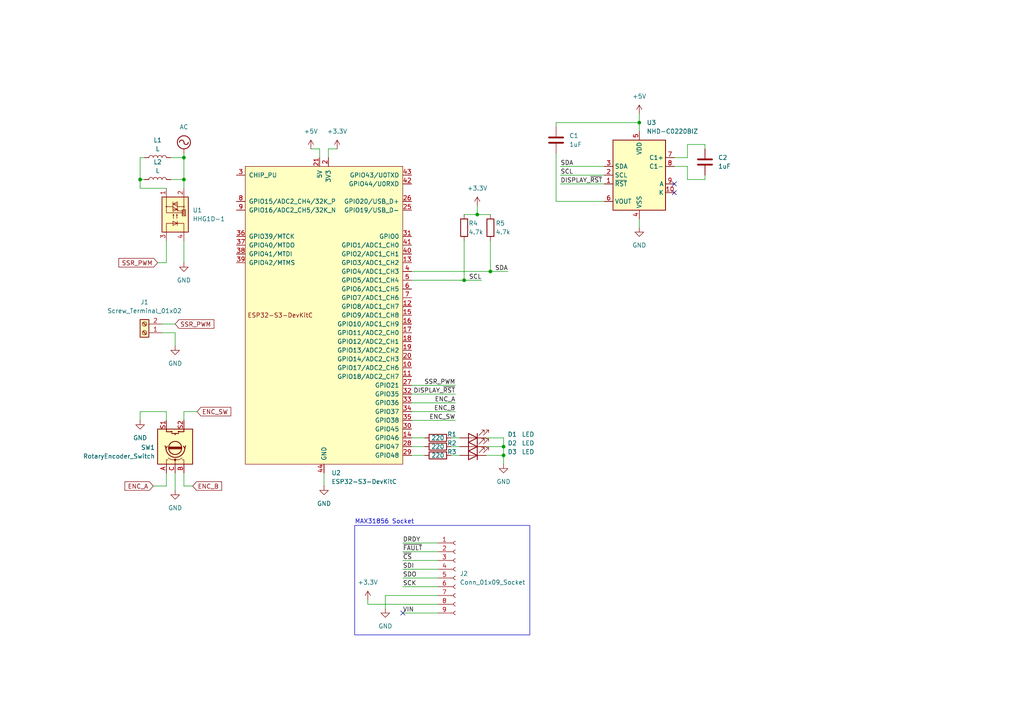
<source format=kicad_sch>
(kicad_sch (version 20250114) (generator "eeschema") (generator_version "9.0")
  (paper "A4")
  (lib_symbols
    (symbol "Connector:Conn_01x09_Socket" (pin_names (offset 1.016) (hide yes))
      (property "Reference" "J" (at 0 12.7 0))
      (property "Value" "Conn_01x09_Socket" (at 0 -12.7 0))
      (symbol "Conn_01x09_Socket_1_1"
        (polyline (pts (xy -1.27 10.16) (xy -0.508 10.16)) (stroke (width 0.1524)))
        (polyline (pts (xy -1.27 7.62) (xy -0.508 7.62)) (stroke (width 0.1524)))
        (polyline (pts (xy -1.27 5.08) (xy -0.508 5.08)) (stroke (width 0.1524)))
        (polyline (pts (xy -1.27 2.54) (xy -0.508 2.54)) (stroke (width 0.1524)))
        (polyline (pts (xy -1.27 0) (xy -0.508 0)) (stroke (width 0.1524)))
        (polyline (pts (xy -1.27 -2.54) (xy -0.508 -2.54)) (stroke (width 0.1524)))
        (polyline (pts (xy -1.27 -5.08) (xy -0.508 -5.08)) (stroke (width 0.1524)))
        (polyline (pts (xy -1.27 -7.62) (xy -0.508 -7.62)) (stroke (width 0.1524)))
        (polyline (pts (xy -1.27 -10.16) (xy -0.508 -10.16)) (stroke (width 0.1524)))
        (arc (start 0 9.652) (mid -0.5058 10.16) (end 0 10.668) (stroke (width 0.1524)))
        (arc (start 0 7.112) (mid -0.5058 7.62) (end 0 8.128) (stroke (width 0.1524)))
        (arc (start 0 4.572) (mid -0.5058 5.08) (end 0 5.588) (stroke (width 0.1524)))
        (arc (start 0 2.032) (mid -0.5058 2.54) (end 0 3.048) (stroke (width 0.1524)))
        (arc (start 0 -0.508) (mid -0.5058 0) (end 0 0.508) (stroke (width 0.1524)))
        (arc (start 0 -3.048) (mid -0.5058 -2.54) (end 0 -2.032) (stroke (width 0.1524)))
        (arc (start 0 -5.588) (mid -0.5058 -5.08) (end 0 -4.572) (stroke (width 0.1524)))
        (arc (start 0 -8.128) (mid -0.5058 -7.62) (end 0 -7.112) (stroke (width 0.1524)))
        (arc (start 0 -10.668) (mid -0.5058 -10.16) (end 0 -9.652) (stroke (width 0.1524)))
        (pin passive line (at -5.08 10.16 0) (length 3.81) (name "Pin_1") (number "1"))
        (pin passive line (at -5.08 7.62 0) (length 3.81) (name "Pin_2") (number "2"))
        (pin passive line (at -5.08 5.08 0) (length 3.81) (name "Pin_3") (number "3"))
        (pin passive line (at -5.08 2.54 0) (length 3.81) (name "Pin_4") (number "4"))
        (pin passive line (at -5.08 0 0) (length 3.81) (name "Pin_5") (number "5"))
        (pin passive line (at -5.08 -2.54 0) (length 3.81) (name "Pin_6") (number "6"))
        (pin passive line (at -5.08 -5.08 0) (length 3.81) (name "Pin_7") (number "7"))
        (pin passive line (at -5.08 -7.62 0) (length 3.81) (name "Pin_8") (number "8"))
        (pin passive line (at -5.08 -10.16 0) (length 3.81) (name "Pin_9") (number "9"))
      )
    )
    (symbol "Connector:Screw_Terminal_01x02" (pin_names (offset 1.016) (hide yes))
      (property "Reference" "J" (at 0 2.54 0))
      (property "Value" "Screw_Terminal_01x02" (at 0 -5.08 0))
      (symbol "Screw_Terminal_01x02_1_1"
        (rectangle (start -1.27 1.27) (end 1.27 -3.81) (stroke (width 0.254)) (fill (type background)))
        (polyline (pts (xy -0.5334 0.3302) (xy 0.3302 -0.508)) (stroke (width 0.1524)))
        (polyline (pts (xy -0.5334 -2.2098) (xy 0.3302 -3.048)) (stroke (width 0.1524)))
        (polyline (pts (xy -0.3556 0.508) (xy 0.508 -0.3302)) (stroke (width 0.1524)))
        (polyline (pts (xy -0.3556 -2.032) (xy 0.508 -2.8702)) (stroke (width 0.1524)))
        (circle (center 0 0) (radius 0.635) (stroke (width 0.1524)))
        (circle (center 0 -2.54) (radius 0.635) (stroke (width 0.1524)))
        (pin passive line (at -5.08 0 0) (length 3.81) (name "Pin_1") (number "1"))
        (pin passive line (at -5.08 -2.54 0) (length 3.81) (name "Pin_2") (number "2"))
      )
    )
    (symbol "Device:C" (pin_numbers (hide yes)) (pin_names (offset 0.254))
      (property "Reference" "C" (at 0.635 2.54 0))
      (property "Value" "C" (at 0.635 -2.54 0))
      (symbol "C_0_1"
        (polyline (pts (xy -2.032 0.762) (xy 2.032 0.762)) (stroke (width 0.508)))
        (polyline (pts (xy -2.032 -0.762) (xy 2.032 -0.762)) (stroke (width 0.508)))
      )
      (symbol "C_1_1"
        (pin passive line (at 0 3.81 270) (length 2.794) (name "~") (number "1"))
        (pin passive line (at 0 -3.81 90) (length 2.794) (name "~") (number "2"))
      )
    )
    (symbol "Device:L" (pin_numbers (hide yes)) (pin_names (offset 1.016) (hide yes))
      (property "Reference" "L" (at -1.27 0 90))
      (property "Value" "L" (at 1.905 0 90))
      (symbol "L_0_1"
        (arc (start 0 2.54) (mid 0.6323 1.905) (end 0 1.27))
        (arc (start 0 1.27) (mid 0.6323 0.635) (end 0 0))
        (arc (start 0 0) (mid 0.6323 -0.635) (end 0 -1.27))
        (arc (start 0 -1.27) (mid 0.6323 -1.905) (end 0 -2.54))
      )
      (symbol "L_1_1"
        (pin passive line (at 0 3.81 270) (length 1.27) (name "1") (number "1"))
        (pin passive line (at 0 -3.81 90) (length 1.27) (name "2") (number "2"))
      )
    )
    (symbol "Device:LED" (pin_numbers (hide yes)) (pin_names (offset 1.016) (hide yes))
      (property "Reference" "D" (at 0 2.54 0))
      (property "Value" "LED" (at 0 -2.54 0))
      (symbol "LED_0_1"
        (polyline (pts (xy -3.048 -0.762) (xy -4.572 -2.286) (xy -3.81 -2.286) (xy -4.572 -2.286) (xy -4.572 -1.524)))
        (polyline (pts (xy -1.778 -0.762) (xy -3.302 -2.286) (xy -2.54 -2.286) (xy -3.302 -2.286) (xy -3.302 -1.524)))
        (polyline (pts (xy -1.27 0) (xy 1.27 0)))
        (polyline (pts (xy -1.27 -1.27) (xy -1.27 1.27)) (stroke (width 0.254)))
        (polyline (pts (xy 1.27 -1.27) (xy 1.27 1.27) (xy -1.27 0) (xy 1.27 -1.27)) (stroke (width 0.254)))
      )
      (symbol "LED_1_1"
        (pin passive line (at -3.81 0 0) (length 2.54) (name "K") (number "1"))
        (pin passive line (at 3.81 0 180) (length 2.54) (name "A") (number "2"))
      )
    )
    (symbol "Device:R" (pin_numbers (hide yes)) (pin_names (offset 0))
      (property "Reference" "R" (at 2.032 0 90))
      (property "Value" "R" (at 0 0 90))
      (symbol "R_0_1"
        (rectangle (start -1.016 -2.54) (end 1.016 2.54) (stroke (width 0.254)))
      )
      (symbol "R_1_1"
        (pin passive line (at 0 3.81 270) (length 1.27) (name "~") (number "1"))
        (pin passive line (at 0 -3.81 90) (length 1.27) (name "~") (number "2"))
      )
    )
    (symbol "Device:RotaryEncoder_Switch" (pin_names (offset 0.254) (hide yes))
      (property "Reference" "SW" (at 0 6.604 0))
      (property "Value" "RotaryEncoder_Switch" (at 0 -6.604 0))
      (symbol "RotaryEncoder_Switch_0_1"
        (rectangle (start -5.08 5.08) (end 5.08 -5.08) (stroke (width 0.254)) (fill (type background)))
        (polyline (pts (xy -5.08 2.54) (xy -3.81 2.54) (xy -3.81 2.032)))
        (polyline (pts (xy -5.08 0) (xy -3.81 0) (xy -3.81 -1.016) (xy -3.302 -2.032)))
        (polyline (pts (xy -5.08 -2.54) (xy -3.81 -2.54) (xy -3.81 -2.032)))
        (polyline (pts (xy -4.318 0) (xy -3.81 0) (xy -3.81 1.016) (xy -3.302 2.032)))
        (circle (center -3.81 0) (radius 0.254) (fill (type outline)))
        (polyline (pts (xy -0.635 -1.778) (xy -0.635 1.778)) (stroke (width 0.254)))
        (circle (center -0.381 0) (radius 1.905) (stroke (width 0.254)))
        (polyline (pts (xy -0.381 -1.778) (xy -0.381 1.778)) (stroke (width 0.254)))
        (arc (start -0.381 -2.794) (mid -3.0988 -0.0635) (end -0.381 2.667) (stroke (width 0.254)))
        (polyline (pts (xy -0.127 1.778) (xy -0.127 -1.778)) (stroke (width 0.254)))
        (polyline (pts (xy 0.254 2.921) (xy -0.508 2.667) (xy 0.127 2.286)) (stroke (width 0.254)))
        (polyline (pts (xy 0.254 -3.048) (xy -0.508 -2.794) (xy 0.127 -2.413)) (stroke (width 0.254)))
        (polyline (pts (xy 3.81 1.016) (xy 3.81 -1.016)) (stroke (width 0.254)))
        (polyline (pts (xy 3.81 0) (xy 3.429 0)) (stroke (width 0.254)))
        (circle (center 4.318 1.016) (radius 0.127) (stroke (width 0.254)))
        (circle (center 4.318 -1.016) (radius 0.127) (stroke (width 0.254)))
        (polyline (pts (xy 5.08 2.54) (xy 4.318 2.54) (xy 4.318 1.016)) (stroke (width 0.254)))
        (polyline (pts (xy 5.08 -2.54) (xy 4.318 -2.54) (xy 4.318 -1.016)) (stroke (width 0.254)))
      )
      (symbol "RotaryEncoder_Switch_1_1"
        (pin passive line (at -7.62 2.54 0) (length 2.54) (name "A") (number "A"))
        (pin passive line (at -7.62 0 0) (length 2.54) (name "C") (number "C"))
        (pin passive line (at -7.62 -2.54 0) (length 2.54) (name "B") (number "B"))
        (pin passive line (at 7.62 2.54 180) (length 2.54) (name "S1") (number "S1"))
        (pin passive line (at 7.62 -2.54 180) (length 2.54) (name "S2") (number "S2"))
      )
    )
    (symbol "Display_Character:NHD-C0220BIZ"
      (property "Reference" "U" (at -6.35 11.43 0))
      (property "Value" "NHD-C0220BIZ" (at 8.89 11.43 0))
      (symbol "NHD-C0220BIZ_0_1"
        (rectangle (start -7.62 10.16) (end 7.62 -10.16) (stroke (width 0.254)) (fill (type background)))
      )
      (symbol "NHD-C0220BIZ_1_1"
        (pin bidirectional line (at -10.16 2.54 0) (length 2.54) (name "SDA") (number "3"))
        (pin input line (at -10.16 0 0) (length 2.54) (name "SCL") (number "2"))
        (pin input line (at -10.16 -2.54 0) (length 2.54) (name "~{RST}") (number "1"))
        (pin passive line (at -10.16 -7.62 0) (length 2.54) (name "VOUT") (number "6"))
        (pin power_in line (at 0 12.7 270) (length 2.54) (name "VDD") (number "5"))
        (pin power_in line (at 0 -12.7 90) (length 2.54) (name "VSS") (number "4"))
        (pin passive line (at 10.16 5.08 180) (length 2.54) (name "C1+") (number "7"))
        (pin passive line (at 10.16 2.54 180) (length 2.54) (name "C1-") (number "8"))
        (pin passive line (at 10.16 -2.54 180) (length 2.54) (name "A") (number "9"))
        (pin passive line (at 10.16 -5.08 180) (length 2.54) (name "K") (number "10"))
      )
    )
    (symbol "PCM_Espressif:ESP32-S3-DevKitC" (pin_names (offset 1.016))
      (property "Reference" "U" (at -22.86 48.26 0))
      (property "Value" "ESP32-S3-DevKitC" (at -22.86 45.72 0))
      (symbol "ESP32-S3-DevKitC_0_0"
        (text "ESP32-S3-DevKitC" (at -12.7 0 0) (effects (font (size 1.27 1.27))))
        (pin bidirectional line (at -25.4 15.24 0) (length 2.54) (name "GPIO42/MTMS") (number "39"))
        (pin power_in line (at 0 -45.72 90) (length 2.54) (name "GND") (number "44"))
        (pin bidirectional line (at 25.4 40.64 180) (length 2.54) (name "GPIO43/U0TXD") (number "43"))
        (pin bidirectional line (at 25.4 38.1 180) (length 2.54) (name "GPIO44/U0RXD") (number "42"))
        (pin bidirectional line (at 25.4 20.32 180) (length 2.54) (name "GPIO1/ADC1_CH0") (number "41"))
        (pin bidirectional line (at 25.4 17.78 180) (length 2.54) (name "GPIO2/ADC1_CH1") (number "40"))
        (pin bidirectional line (at 25.4 -10.16 180) (length 2.54) (name "GPIO13/ADC2_CH2") (number "19"))
        (pin bidirectional line (at 25.4 -35.56 180) (length 2.54) (name "GPIO46") (number "14"))
      )
      (symbol "ESP32-S3-DevKitC_0_1"
        (rectangle (start -22.86 43.18) (end 22.86 -43.18) (fill (type background)))
        (pin power_in line (at 1.27 45.72 270) (length 2.54) (name "3V3") (number "2"))
      )
      (symbol "ESP32-S3-DevKitC_1_1"
        (pin input line (at -25.4 40.64 0) (length 2.54) (name "CHIP_PU") (number "3"))
        (pin bidirectional line (at -25.4 33.02 0) (length 2.54) (name "GPIO15/ADC2_CH4/32K_P") (number "8"))
        (pin bidirectional line (at -25.4 30.48 0) (length 2.54) (name "GPIO16/ADC2_CH5/32K_N") (number "9"))
        (pin bidirectional line (at -25.4 22.86 0) (length 2.54) (name "GPIO39/MTCK") (number "36"))
        (pin bidirectional line (at -25.4 20.32 0) (length 2.54) (name "GPIO40/MTDO") (number "37"))
        (pin bidirectional line (at -25.4 17.78 0) (length 2.54) (name "GPIO41/MTDI") (number "38"))
        (pin power_in line (at -1.27 45.72 270) (length 2.54) (name "5V") (number "21"))
        (pin passive line (at 0 -45.72 90) (length 2.54) (hide yes) (name "GND") (number "22"))
        (pin passive line (at 0 -45.72 90) (length 2.54) (hide yes) (name "GND") (number "23"))
        (pin passive line (at 0 -45.72 90) (length 2.54) (hide yes) (name "GND") (number "24"))
        (pin passive line (at 1.27 45.72 270) (length 2.54) (hide yes) (name "3V3") (number "1"))
        (pin bidirectional line (at 25.4 33.02 180) (length 2.54) (name "GPIO20/USB_D+") (number "26"))
        (pin bidirectional line (at 25.4 30.48 180) (length 2.54) (name "GPIO19/USB_D-") (number "25"))
        (pin bidirectional line (at 25.4 22.86 180) (length 2.54) (name "GPIO0") (number "31"))
        (pin bidirectional line (at 25.4 15.24 180) (length 2.54) (name "GPIO3/ADC1_CH2") (number "13"))
        (pin bidirectional line (at 25.4 12.7 180) (length 2.54) (name "GPIO4/ADC1_CH3") (number "4"))
        (pin bidirectional line (at 25.4 10.16 180) (length 2.54) (name "GPIO5/ADC1_CH4") (number "5"))
        (pin bidirectional line (at 25.4 7.62 180) (length 2.54) (name "GPIO6/ADC1_CH5") (number "6"))
        (pin bidirectional line (at 25.4 5.08 180) (length 2.54) (name "GPIO7/ADC1_CH6") (number "7"))
        (pin bidirectional line (at 25.4 2.54 180) (length 2.54) (name "GPIO8/ADC1_CH7") (number "12"))
        (pin bidirectional line (at 25.4 0 180) (length 2.54) (name "GPIO9/ADC1_CH8") (number "15"))
        (pin bidirectional line (at 25.4 -2.54 180) (length 2.54) (name "GPIO10/ADC1_CH9") (number "16"))
        (pin bidirectional line (at 25.4 -5.08 180) (length 2.54) (name "GPIO11/ADC2_CH0") (number "17"))
        (pin bidirectional line (at 25.4 -7.62 180) (length 2.54) (name "GPIO12/ADC2_CH1") (number "18"))
        (pin bidirectional line (at 25.4 -12.7 180) (length 2.54) (name "GPIO14/ADC2_CH3") (number "20"))
        (pin bidirectional line (at 25.4 -15.24 180) (length 2.54) (name "GPIO17/ADC2_CH6") (number "10"))
        (pin bidirectional line (at 25.4 -17.78 180) (length 2.54) (name "GPIO18/ADC2_CH7") (number "11"))
        (pin bidirectional line (at 25.4 -20.32 180) (length 2.54) (name "GPIO21") (number "27"))
        (pin bidirectional line (at 25.4 -22.86 180) (length 2.54) (name "GPIO35") (number "32"))
        (pin bidirectional line (at 25.4 -25.4 180) (length 2.54) (name "GPIO36") (number "33"))
        (pin bidirectional line (at 25.4 -27.94 180) (length 2.54) (name "GPIO37") (number "34"))
        (pin bidirectional line (at 25.4 -30.48 180) (length 2.54) (name "GPIO38") (number "35"))
        (pin bidirectional line (at 25.4 -33.02 180) (length 2.54) (name "GPIO45") (number "30"))
        (pin bidirectional line (at 25.4 -38.1 180) (length 2.54) (name "GPIO47") (number "28"))
        (pin bidirectional line (at 25.4 -40.64 180) (length 2.54) (name "GPIO48") (number "29"))
      )
    )
    (symbol "Relay_SolidState:HHG1D-1"
      (property "Reference" "U" (at -5.08 5.08 0))
      (property "Value" "HHG1D-1" (at 0 5.08 0))
      (symbol "HHG1D-1_0_0"
        (rectangle (start -0.381 -2.032) (end 1.397 -3.048))
        (polyline (pts (xy 1.524 -0.635) (xy 1.016 -1.016) (xy 1.016 -2.032)))
        (polyline (pts (xy 2.286 -2.54) (xy 1.397 -2.54)))
        (text "ZCD" (at 0.508 -2.54 0) (effects (font (size 0.508 0.508))))
      )
      (symbol "HHG1D-1_0_1"
        (rectangle (start -5.08 3.81) (end 5.08 -3.81) (stroke (width 0.254)) (fill (type background)))
        (polyline (pts (xy -5.08 2.54) (xy -2.54 2.54) (xy -2.54 -2.54) (xy -5.08 -2.54)))
        (polyline (pts (xy -3.175 -0.635) (xy -1.905 -0.635)))
        (polyline (pts (xy -2.54 -0.635) (xy -3.175 0.635) (xy -1.905 0.635) (xy -2.54 -0.635)))
        (polyline (pts (xy -1.143 0.508) (xy 0.127 0.508) (xy -0.254 0.381) (xy -0.254 0.635) (xy 0.127 0.508)))
        (polyline (pts (xy -1.143 -0.508) (xy 0.127 -0.508) (xy -0.254 -0.635) (xy -0.254 -0.381) (xy 0.127 -0.508)))
        (polyline (pts (xy 0.889 -0.635) (xy 3.683 -0.635) (xy 3.048 0.635) (xy 2.413 -0.635)))
        (polyline (pts (xy 1.524 -0.635) (xy 1.524 0.635)))
        (polyline (pts (xy 2.286 2.54) (xy 0.508 2.54) (xy 0.508 -2.032)))
        (circle (center 2.286 2.54) (radius 0.127))
        (polyline (pts (xy 2.286 0.635) (xy 2.286 2.54) (xy 5.08 2.54)))
        (polyline (pts (xy 2.286 -0.635) (xy 2.286 -2.54) (xy 5.08 -2.54)))
        (circle (center 2.286 -2.54) (radius 0.127))
        (polyline (pts (xy 3.048 0.635) (xy 3.048 -0.635)))
        (polyline (pts (xy 3.683 0.635) (xy 0.889 0.635) (xy 1.524 -0.635) (xy 2.159 0.635)))
      )
      (symbol "HHG1D-1_1_1"
        (pin passive line (at -7.62 2.54 0) (length 2.54) (name "~") (number "3"))
        (pin passive line (at -7.62 -2.54 0) (length 2.54) (name "~") (number "4"))
        (pin passive line (at 7.62 2.54 180) (length 2.54) (name "~") (number "1"))
        (pin passive line (at 7.62 -2.54 180) (length 2.54) (name "~") (number "2"))
      )
    )
    (symbol "power:+3.3V" (power) (pin_numbers (hide yes)) (pin_names (offset 0) (hide yes))
      (property "Value" "+3.3V" (at 0 3.556 0))
      (symbol "+3.3V_0_1"
        (polyline (pts (xy -0.762 1.27) (xy 0 2.54)))
        (polyline (pts (xy 0 2.54) (xy 0.762 1.27)))
        (polyline (pts (xy 0 0) (xy 0 2.54)))
      )
      (symbol "+3.3V_1_1"
        (pin power_in line (at 0 0 90) (length 0) (name "~") (number "1"))
      )
    )
    (symbol "power:+5V" (power) (pin_numbers (hide yes)) (pin_names (offset 0) (hide yes))
      (property "Value" "+5V" (at 0 3.556 0))
      (symbol "+5V_0_1"
        (polyline (pts (xy -0.762 1.27) (xy 0 2.54)))
        (polyline (pts (xy 0 2.54) (xy 0.762 1.27)))
        (polyline (pts (xy 0 0) (xy 0 2.54)))
      )
      (symbol "+5V_1_1"
        (pin power_in line (at 0 0 90) (length 0) (name "~") (number "1"))
      )
    )
    (symbol "power:AC" (power) (pin_numbers (hide yes)) (pin_names (offset 0) (hide yes))
      (property "Value" "AC" (at 0 6.35 0))
      (symbol "AC_0_1"
        (arc (start -1.27 3.175) (mid -0.635 3.8073) (end 0 3.175) (stroke (width 0.254)))
        (circle (center 0 3.175) (radius 1.905) (stroke (width 0.254)))
        (polyline (pts (xy 0 0) (xy 0 1.27)))
        (arc (start 1.27 3.175) (mid 0.635 2.5427) (end 0 3.175) (stroke (width 0.254)))
      )
      (symbol "AC_1_1"
        (pin power_in line (at 0 0 90) (length 0) (name "~") (number "1"))
      )
    )
    (symbol "power:GND" (power) (pin_numbers (hide yes)) (pin_names (offset 0) (hide yes))
      (property "Value" "GND" (at 0 -3.81 0))
      (symbol "GND_0_1"
        (polyline (pts (xy 0 0) (xy 0 -1.27) (xy 1.27 -1.27) (xy 0 -2.54) (xy -1.27 -1.27) (xy 0 -1.27)))
      )
      (symbol "GND_1_1"
        (pin power_in line (at 0 0 270) (length 0) (name "~") (number "1"))
      )
    )
  )
  (rectangle (start 102.87 152.4) (end 153.67 184.15))
  (text "MAX31856 Socket" (at 111.506 151.384 0) (effects (font (size 1.27 1.27))))
  (junction (at 138.43 62.23))
  (junction (at 53.34 45.72))
  (junction (at 142.24 78.74))
  (junction (at 146.05 132.08))
  (junction (at 40.64 52.07))
  (junction (at 134.62 81.28))
  (junction (at 53.34 52.07))
  (junction (at 185.42 35.56))
  (junction (at 146.05 129.54))
  (no_connect (at 116.84 177.8))
  (no_connect (at 195.58 53.34))
  (no_connect (at 195.58 55.88))
  (wire (pts (xy 134.62 62.23) (xy 138.43 62.23)))
  (wire (pts (xy 48.26 140.97) (xy 44.45 140.97)))
  (wire (pts (xy 119.38 129.54) (xy 123.19 129.54)))
  (wire (pts (xy 204.47 52.07) (xy 204.47 50.8)))
  (wire (pts (xy 130.81 127) (xy 133.35 127)))
  (wire (pts (xy 199.39 52.07) (xy 204.47 52.07)))
  (wire (pts (xy 134.62 81.28) (xy 139.7 81.28)))
  (wire (pts (xy 111.76 172.72) (xy 111.76 176.53)))
  (wire (pts (xy 204.47 41.91) (xy 204.47 43.18)))
  (wire (pts (xy 46.99 96.52) (xy 50.8 96.52)))
  (wire (pts (xy 40.64 52.07) (xy 40.64 45.72)))
  (wire (pts (xy 130.81 132.08) (xy 133.35 132.08)))
  (wire (pts (xy 93.98 137.16) (xy 93.98 140.97)))
  (wire (pts (xy 185.42 33.02) (xy 185.42 35.56)))
  (wire (pts (xy 116.84 160.02) (xy 127 160.02)))
  (wire (pts (xy 95.25 43.18) (xy 97.79 43.18)))
  (wire (pts (xy 49.53 45.72) (xy 53.34 45.72)))
  (wire (pts (xy 106.68 175.26) (xy 106.68 173.99)))
  (wire (pts (xy 53.34 119.38) (xy 57.15 119.38)))
  (wire (pts (xy 40.64 119.38) (xy 48.26 119.38)))
  (wire (pts (xy 48.26 119.38) (xy 48.26 121.92)))
  (wire (pts (xy 195.58 45.72) (xy 199.39 45.72)))
  (wire (pts (xy 119.38 121.92) (xy 132.08 121.92)))
  (wire (pts (xy 92.71 43.18) (xy 90.17 43.18)))
  (wire (pts (xy 50.8 137.16) (xy 50.8 142.24)))
  (wire (pts (xy 116.84 157.48) (xy 127 157.48)))
  (wire (pts (xy 185.42 63.5) (xy 185.42 66.04)))
  (wire (pts (xy 119.38 78.74) (xy 142.24 78.74)))
  (wire (pts (xy 53.34 140.97) (xy 55.88 140.97)))
  (wire (pts (xy 119.38 81.28) (xy 134.62 81.28)))
  (wire (pts (xy 40.64 52.07) (xy 41.91 52.07)))
  (wire (pts (xy 92.71 45.72) (xy 92.71 43.18)))
  (wire (pts (xy 116.84 167.64) (xy 127 167.64)))
  (wire (pts (xy 50.8 96.52) (xy 50.8 100.33)))
  (wire (pts (xy 161.29 44.45) (xy 161.29 58.42)))
  (wire (pts (xy 48.26 137.16) (xy 48.26 140.97)))
  (wire (pts (xy 142.24 78.74) (xy 147.32 78.74)))
  (wire (pts (xy 53.34 121.92) (xy 53.34 119.38)))
  (wire (pts (xy 116.84 165.1) (xy 127 165.1)))
  (wire (pts (xy 195.58 48.26) (xy 199.39 48.26)))
  (wire (pts (xy 161.29 58.42) (xy 175.26 58.42)))
  (wire (pts (xy 138.43 62.23) (xy 142.24 62.23)))
  (wire (pts (xy 199.39 48.26) (xy 199.39 52.07)))
  (wire (pts (xy 53.34 44.45) (xy 53.34 45.72)))
  (wire (pts (xy 142.24 69.85) (xy 142.24 78.74)))
  (wire (pts (xy 162.56 53.34) (xy 175.26 53.34)))
  (wire (pts (xy 199.39 41.91) (xy 204.47 41.91)))
  (wire (pts (xy 162.56 50.8) (xy 175.26 50.8)))
  (wire (pts (xy 199.39 45.72) (xy 199.39 41.91)))
  (wire (pts (xy 40.64 54.61) (xy 48.26 54.61)))
  (wire (pts (xy 40.64 45.72) (xy 41.91 45.72)))
  (wire (pts (xy 134.62 69.85) (xy 134.62 81.28)))
  (wire (pts (xy 45.72 76.2) (xy 48.26 76.2)))
  (wire (pts (xy 119.38 119.38) (xy 132.08 119.38)))
  (wire (pts (xy 161.29 35.56) (xy 161.29 36.83)))
  (wire (pts (xy 53.34 69.85) (xy 53.34 76.2)))
  (wire (pts (xy 53.34 137.16) (xy 53.34 140.97)))
  (wire (pts (xy 146.05 129.54) (xy 140.97 129.54)))
  (wire (pts (xy 40.64 121.92) (xy 40.64 119.38)))
  (wire (pts (xy 116.84 177.8) (xy 127 177.8)))
  (wire (pts (xy 138.43 62.23) (xy 138.43 59.69)))
  (wire (pts (xy 119.38 114.3) (xy 132.08 114.3)))
  (wire (pts (xy 146.05 132.08) (xy 146.05 134.62)))
  (wire (pts (xy 53.34 52.07) (xy 53.34 54.61)))
  (wire (pts (xy 111.76 172.72) (xy 127 172.72)))
  (wire (pts (xy 48.26 76.2) (xy 48.26 69.85)))
  (wire (pts (xy 116.84 170.18) (xy 127 170.18)))
  (wire (pts (xy 49.53 52.07) (xy 53.34 52.07)))
  (wire (pts (xy 130.81 129.54) (xy 133.35 129.54)))
  (wire (pts (xy 119.38 132.08) (xy 123.19 132.08)))
  (wire (pts (xy 162.56 48.26) (xy 175.26 48.26)))
  (wire (pts (xy 146.05 127) (xy 140.97 127)))
  (wire (pts (xy 146.05 129.54) (xy 146.05 132.08)))
  (wire (pts (xy 146.05 129.54) (xy 146.05 127)))
  (wire (pts (xy 119.38 127) (xy 123.19 127)))
  (wire (pts (xy 40.64 54.61) (xy 40.64 52.07)))
  (wire (pts (xy 119.38 116.84) (xy 132.08 116.84)))
  (wire (pts (xy 46.99 93.98) (xy 50.8 93.98)))
  (wire (pts (xy 161.29 35.56) (xy 185.42 35.56)))
  (wire (pts (xy 185.42 35.56) (xy 185.42 38.1)))
  (wire (pts (xy 53.34 45.72) (xy 53.34 52.07)))
  (wire (pts (xy 146.05 132.08) (xy 140.97 132.08)))
  (wire (pts (xy 119.38 111.76) (xy 132.08 111.76)))
  (wire (pts (xy 95.25 45.72) (xy 95.25 43.18)))
  (wire (pts (xy 116.84 162.56) (xy 127 162.56)))
  (wire (pts (xy 106.68 175.26) (xy 127 175.26)))
  (label "~{CS}" (at 116.84 162.56 0))
  (label "SCL" (at 162.56 50.8 0))
  (label "ENC_B" (at 132.08 119.38 180))
  (label "ENC_A" (at 132.08 116.84 180))
  (label "SCK" (at 116.84 170.18 0))
  (label "DISPLAY_~{RST}" (at 132.08 114.3 180))
  (label "DRDY" (at 116.84 157.48 0))
  (label "SDO" (at 116.84 167.64 0))
  (label "SDI" (at 116.84 165.1 0))
  (label "DISPLAY_~{RST}" (at 162.56 53.34 0))
  (label "SCL" (at 139.7 81.28 180))
  (label "SDA" (at 162.56 48.26 0))
  (label "SSR_PWM" (at 132.08 111.76 180))
  (label "ENC_SW" (at 132.08 121.92 180))
  (label "VIN" (at 116.84 177.8 0))
  (label "SDA" (at 147.32 78.74 180))
  (label "~{FAULT}" (at 116.84 160.02 0))
  (global_label "ENC_SW" (shape input) (at 57.15 119.38 0) (property "Intersheetrefs" "${INTERSHEET_REFS}" (effects (hide yes))))
  (global_label "ENC_A" (shape input) (at 44.45 140.97 180) (property "Intersheetrefs" "${INTERSHEET_REFS}" (effects (hide yes))))
  (global_label "SSR_PWM" (shape input) (at 50.8 93.98 0) (property "Intersheetrefs" "${INTERSHEET_REFS}" (effects (hide yes))))
  (global_label "ENC_B" (shape input) (at 55.88 140.97 0) (property "Intersheetrefs" "${INTERSHEET_REFS}" (effects (hide yes))))
  (global_label "SSR_PWM" (shape input) (at 45.72 76.2 180) (property "Intersheetrefs" "${INTERSHEET_REFS}" (effects (hide yes))))
  (symbol (lib_id "Device:RotaryEncoder_Switch") (at 50.8 129.54 90) (unit 1)
    (property "Reference" "SW1" (at 44.958 129.794 90) (effects (justify left)))
    (property "Value" "RotaryEncoder_Switch" (at 44.958 132.334 90) (effects (justify left)))
    (property "Footprint" "!footprints:PEC164120FS0012" (effects (hide yes)))
    (property "Description" "Rotary encoder, dual channel, incremental quadrate outputs, with switch" (effects (hide yes)))
  )
  (symbol (lib_id "power:GND") (at 146.05 134.62 0) (unit 1)
    (property "Reference" "#PWR012" (effects (hide yes)))
    (property "Value" "GND" (at 146.05 139.7 0))
    (property "Description" "Power symbol creates a global label with name \"GND\" , ground" (effects (hide yes)))
  )
  (symbol (lib_id "Device:R") (at 127 127 90) (unit 1)
    (property "Reference" "R1" (at 131.064 125.984 90))
    (property "Value" "220" (at 127 127 90))
    (property "Footprint" "Resistor_SMD:R_0805_2012Metric_Pad1.20x1.40mm_HandSolder" (effects (hide yes)))
    (property "Description" "Resistor" (effects (hide yes)))
  )
  (symbol (lib_id "Connector:Screw_Terminal_01x02") (at 41.91 96.52 180) (unit 1)
    (property "Reference" "J1" (at 41.91 87.63 0))
    (property "Value" "Screw_Terminal_01x02" (at 41.91 90.17 0))
    (property "Footprint" "phoenix_footprints:TE_282837-2" (effects (hide yes)))
    (property "Description" "Generic screw terminal, single row, 01x02, script generated (kicad-library-utils/schlib/autogen/connector/)" (effects (hide yes)))
  )
  (symbol (lib_id "Device:C") (at 204.47 46.99 0) (unit 1)
    (property "Reference" "C2" (at 208.28 45.7199 0) (effects (justify left)))
    (property "Value" "1uF" (at 208.28 48.2599 0) (effects (justify left)))
    (property "Footprint" "Capacitor_SMD:C_0805_2012Metric" (effects (hide yes)))
    (property "Description" "Unpolarized capacitor" (effects (hide yes)))
  )
  (symbol (lib_id "Device:L") (at 45.72 52.07 90) (unit 1) (on_board no)
    (property "Reference" "L2" (at 45.72 46.99 90))
    (property "Value" "L" (at 45.72 49.53 90))
    (property "Description" "Inductor" (effects (hide yes)))
  )
  (symbol (lib_id "Device:C") (at 161.29 40.64 0) (unit 1)
    (property "Reference" "C1" (at 165.1 39.3699 0) (effects (justify left)))
    (property "Value" "1uF" (at 165.1 41.9099 0) (effects (justify left)))
    (property "Footprint" "Capacitor_SMD:C_0805_2012Metric" (effects (hide yes)))
    (property "Description" "Unpolarized capacitor" (effects (hide yes)))
  )
  (symbol (lib_id "Relay_SolidState:HHG1D-1") (at 50.8 62.23 90) (unit 1) (on_board no)
    (property "Reference" "U1" (at 55.88 60.9599 90) (effects (justify right)))
    (property "Value" "HHG1D-1" (at 55.88 63.4999 90) (effects (justify right)))
    (property "Datasheet" "https://ncr.hk/uploads/Relays/Solid_State_Relays/HHG1D-1.pdf" (effects (hide yes)))
    (property "Description" "NCR zero cross solid state relay 1A, 2A, 3A, 4A" (effects (hide yes)))
  )
  (symbol (lib_id "power:GND") (at 185.42 66.04 0) (unit 1)
    (property "Reference" "#PWR014" (effects (hide yes)))
    (property "Value" "GND" (at 185.42 71.12 0))
    (property "Description" "Power symbol creates a global label with name \"GND\" , ground" (effects (hide yes)))
  )
  (symbol (lib_id "power:+3.3V") (at 106.68 173.99 0) (unit 1)
    (property "Reference" "#PWR09" (effects (hide yes)))
    (property "Value" "+3.3V" (at 106.68 168.91 0))
    (property "Description" "Power symbol creates a global label with name \"+3.3V\"" (effects (hide yes)))
  )
  (symbol (lib_id "power:GND") (at 40.64 121.92 0) (unit 1)
    (property "Reference" "#PWR01" (effects (hide yes)))
    (property "Value" "GND" (at 40.64 127 0))
    (property "Description" "Power symbol creates a global label with name \"GND\" , ground" (effects (hide yes)))
  )
  (symbol (lib_id "power:+5V") (at 90.17 43.18 0) (unit 1)
    (property "Reference" "#PWR06" (effects (hide yes)))
    (property "Value" "+5V" (at 90.17 38.1 0))
    (property "Description" "Power symbol creates a global label with name \"+5V\"" (effects (hide yes)))
  )
  (symbol (lib_id "Device:LED") (at 137.16 127 180) (unit 1)
    (property "Reference" "D1" (at 148.59 125.984 0))
    (property "Value" "LED" (at 153.162 125.984 0))
    (property "Footprint" "Diode_SMD:D_0805_2012Metric_Pad1.15x1.40mm_HandSolder" (effects (hide yes)))
    (property "Description" "Light emitting diode" (effects (hide yes)))
    (property "Sim.Pins" "1=K 2=A" (effects (hide yes)))
  )
  (symbol (lib_id "Device:L") (at 45.72 45.72 90) (unit 1) (on_board no)
    (property "Reference" "L1" (at 45.72 40.64 90))
    (property "Value" "L" (at 45.72 43.18 90))
    (property "Description" "Inductor" (effects (hide yes)))
  )
  (symbol (lib_id "power:AC") (at 53.34 44.45 0) (unit 1)
    (property "Reference" "#PWR04" (effects (hide yes)))
    (property "Value" "AC" (at 53.34 36.83 0))
    (property "Description" "Power symbol creates a global label with name \"AC\"" (effects (hide yes)))
  )
  (symbol (lib_id "Device:LED") (at 137.16 129.54 180) (unit 1)
    (property "Reference" "D2" (at 148.59 128.524 0))
    (property "Value" "LED" (at 153.162 128.524 0))
    (property "Footprint" "Diode_SMD:D_0805_2012Metric_Pad1.15x1.40mm_HandSolder" (effects (hide yes)))
    (property "Description" "Light emitting diode" (effects (hide yes)))
    (property "Sim.Pins" "1=K 2=A" (effects (hide yes)))
  )
  (symbol (lib_id "power:GND") (at 53.34 76.2 0) (unit 1)
    (property "Reference" "#PWR05" (effects (hide yes)))
    (property "Value" "GND" (at 53.34 81.28 0))
    (property "Description" "Power symbol creates a global label with name \"GND\" , ground" (effects (hide yes)))
  )
  (symbol (lib_id "Device:R") (at 142.24 66.04 0) (unit 1)
    (property "Reference" "R5" (at 143.764 64.77 0) (effects (justify left)))
    (property "Value" "4.7k" (at 143.764 67.31 0) (effects (justify left)))
    (property "Footprint" "Resistor_SMD:R_0805_2012Metric_Pad1.20x1.40mm_HandSolder" (effects (hide yes)))
    (property "Description" "Resistor" (effects (hide yes)))
  )
  (symbol (lib_id "Device:LED") (at 137.16 132.08 180) (unit 1)
    (property "Reference" "D3" (at 148.59 131.064 0))
    (property "Value" "LED" (at 153.162 131.064 0))
    (property "Footprint" "Diode_SMD:D_0805_2012Metric_Pad1.15x1.40mm_HandSolder" (effects (hide yes)))
    (property "Description" "Light emitting diode" (effects (hide yes)))
    (property "Sim.Pins" "1=K 2=A" (effects (hide yes)))
  )
  (symbol (lib_id "Device:R") (at 127 129.54 90) (unit 1)
    (property "Reference" "R2" (at 131.064 128.524 90))
    (property "Value" "220" (at 127 129.54 90))
    (property "Footprint" "Resistor_SMD:R_0805_2012Metric_Pad1.20x1.40mm_HandSolder" (effects (hide yes)))
    (property "Description" "Resistor" (effects (hide yes)))
  )
  (symbol (lib_id "PCM_Espressif:ESP32-S3-DevKitC") (at 93.98 91.44 0) (unit 1)
    (property "Reference" "U2" (at 96.1233 137.16 0) (effects (justify left)))
    (property "Value" "ESP32-S3-DevKitC" (at 96.1233 139.7 0) (effects (justify left)))
    (property "Footprint" "PCM_Espressif:ESP32-S3-DevKitC" (effects (hide yes)))
    (property "Description" "ESP32-S3-DevKitC" (effects (hide yes)))
  )
  (symbol (lib_id "Connector:Conn_01x09_Socket") (at 132.08 167.64 0) (unit 1)
    (property "Reference" "J2" (at 133.35 166.3699 0) (effects (justify left)))
    (property "Value" "Conn_01x09_Socket" (at 133.35 168.9099 0) (effects (justify left)))
    (property "Footprint" "!footprints:MAX31856_HEADER" (effects (hide yes)))
    (property "Description" "Generic connector, single row, 01x09, script generated" (effects (hide yes)))
  )
  (symbol (lib_id "power:GND") (at 93.98 140.97 0) (unit 1)
    (property "Reference" "#PWR07" (effects (hide yes)))
    (property "Value" "GND" (at 93.98 146.05 0))
    (property "Description" "Power symbol creates a global label with name \"GND\" , ground" (effects (hide yes)))
  )
  (symbol (lib_id "power:GND") (at 50.8 100.33 0) (unit 1)
    (property "Reference" "#PWR02" (effects (hide yes)))
    (property "Value" "GND" (at 50.8 105.41 0))
    (property "Description" "Power symbol creates a global label with name \"GND\" , ground" (effects (hide yes)))
  )
  (symbol (lib_id "power:GND") (at 111.76 176.53 0) (unit 1)
    (property "Reference" "#PWR010" (effects (hide yes)))
    (property "Value" "GND" (at 111.76 181.61 0))
    (property "Description" "Power symbol creates a global label with name \"GND\" , ground" (effects (hide yes)))
  )
  (symbol (lib_id "power:GND") (at 50.8 142.24 0) (unit 1)
    (property "Reference" "#PWR03" (effects (hide yes)))
    (property "Value" "GND" (at 50.8 147.32 0))
    (property "Description" "Power symbol creates a global label with name \"GND\" , ground" (effects (hide yes)))
  )
  (symbol (lib_id "power:+5V") (at 185.42 33.02 0) (unit 1)
    (property "Reference" "#PWR013" (effects (hide yes)))
    (property "Value" "+5V" (at 185.42 27.94 0))
    (property "Description" "Power symbol creates a global label with name \"+5V\"" (effects (hide yes)))
  )
  (symbol (lib_id "Device:R") (at 127 132.08 90) (unit 1)
    (property "Reference" "R3" (at 131.064 131.064 90))
    (property "Value" "220" (at 127 132.08 90))
    (property "Footprint" "Resistor_SMD:R_0805_2012Metric_Pad1.20x1.40mm_HandSolder" (effects (hide yes)))
    (property "Description" "Resistor" (effects (hide yes)))
  )
  (symbol (lib_id "power:+3.3V") (at 97.79 43.18 0) (unit 1)
    (property "Reference" "#PWR08" (effects (hide yes)))
    (property "Value" "+3.3V" (at 97.79 38.1 0))
    (property "Description" "Power symbol creates a global label with name \"+3.3V\"" (effects (hide yes)))
  )
  (symbol (lib_id "power:+3.3V") (at 138.43 59.69 0) (unit 1)
    (property "Reference" "#PWR011" (effects (hide yes)))
    (property "Value" "+3.3V" (at 138.43 54.61 0))
    (property "Description" "Power symbol creates a global label with name \"+3.3V\"" (effects (hide yes)))
  )
  (symbol (lib_id "Device:R") (at 134.62 66.04 0) (unit 1)
    (property "Reference" "R4" (at 135.89 64.77 0) (effects (justify left)))
    (property "Value" "4.7k" (at 135.89 67.31 0) (effects (justify left)))
    (property "Footprint" "Resistor_SMD:R_0805_2012Metric_Pad1.20x1.40mm_HandSolder" (effects (hide yes)))
    (property "Description" "Resistor" (effects (hide yes)))
  )
  (symbol (lib_id "Display_Character:NHD-C0220BIZ") (at 185.42 50.8 0) (unit 1)
    (property "Reference" "U3" (at 187.5633 35.56 0) (effects (justify left)))
    (property "Value" "NHD-C0220BIZ" (at 187.5633 38.1 0) (effects (justify left)))
    (property "Footprint" "Display:NHD-C0220BiZ" (effects (hide yes)))
    (property "Datasheet" "http://www.newhavendisplay.com/specs/NHD-C0220BiZ-FSW-FBW-3V3M.pdf" (effects (hide yes)))
    (property "Description" "LCD 20x2 Alphanumeric 10pin Blue/White/Green Backlight, i2c, 3.3V VDD" (effects (hide yes)))
  )
)
</source>
